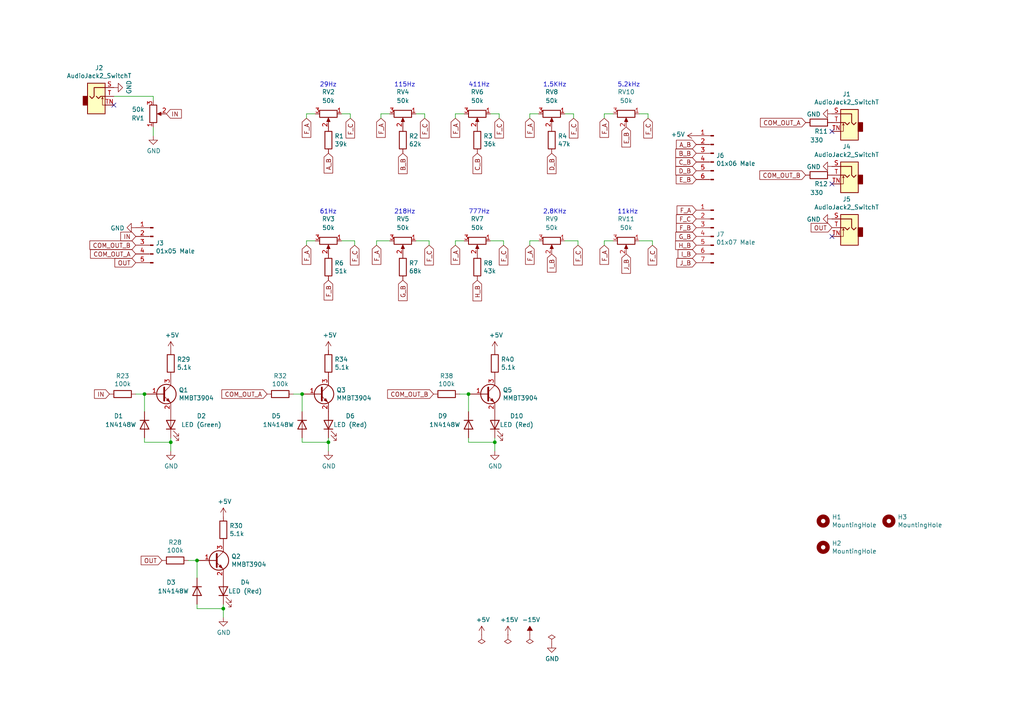
<source format=kicad_sch>
(kicad_sch (version 20230121) (generator eeschema)
  (paper "A4")
  (title_block (title "equalizer") (date "2021-08-01") (rev "R01") (comment 1 "schema for pcb") (comment 2 "Resonant equalizer by Serge Tcherepnin") (comment 4 "License CC BY 4.0 - Attribution 4.0 International"))
  (lib_symbols
    (symbol "Connector:Conn_01x05_Pin" (pin_names (offset 1.016) hide)
      (property "Reference" "J" (at 0 7.62 0))
      (property "Value" "Conn_01x05_Pin" (at 0 -7.62 0))
      (symbol "Conn_01x05_Pin_1_1"
        (polyline (pts (xy 1.27 -5.08) (xy 0.8636 -5.08)) (stroke (width 0.1524)))
        (polyline (pts (xy 1.27 -2.54) (xy 0.8636 -2.54)) (stroke (width 0.1524)))
        (polyline (pts (xy 1.27 0) (xy 0.8636 0)) (stroke (width 0.1524)))
        (polyline (pts (xy 1.27 2.54) (xy 0.8636 2.54)) (stroke (width 0.1524)))
        (polyline (pts (xy 1.27 5.08) (xy 0.8636 5.08)) (stroke (width 0.1524)))
        (rectangle (start 0.8636 -4.953) (end 0 -5.207) (stroke (width 0.1524)) (fill (type outline)))
        (rectangle (start 0.8636 -2.413) (end 0 -2.667) (stroke (width 0.1524)) (fill (type outline)))
        (rectangle (start 0.8636 0.127) (end 0 -0.127) (stroke (width 0.1524)) (fill (type outline)))
        (rectangle (start 0.8636 2.667) (end 0 2.413) (stroke (width 0.1524)) (fill (type outline)))
        (rectangle (start 0.8636 5.207) (end 0 4.953) (stroke (width 0.1524)) (fill (type outline)))
        (pin passive line (at 5.08 5.08 180) (length 3.81) (name "Pin_1") (number "1"))
        (pin passive line (at 5.08 2.54 180) (length 3.81) (name "Pin_2") (number "2"))
        (pin passive line (at 5.08 0 180) (length 3.81) (name "Pin_3") (number "3"))
        (pin passive line (at 5.08 -2.54 180) (length 3.81) (name "Pin_4") (number "4"))
        (pin passive line (at 5.08 -5.08 180) (length 3.81) (name "Pin_5") (number "5"))
      )
    )
    (symbol "Connector:Conn_01x06_Pin" (pin_names (offset 1.016) hide)
      (property "Reference" "J" (at 0 7.62 0))
      (property "Value" "Conn_01x06_Pin" (at 0 -10.16 0))
      (symbol "Conn_01x06_Pin_1_1"
        (polyline (pts (xy 1.27 -7.62) (xy 0.8636 -7.62)) (stroke (width 0.1524)))
        (polyline (pts (xy 1.27 -5.08) (xy 0.8636 -5.08)) (stroke (width 0.1524)))
        (polyline (pts (xy 1.27 -2.54) (xy 0.8636 -2.54)) (stroke (width 0.1524)))
        (polyline (pts (xy 1.27 0) (xy 0.8636 0)) (stroke (width 0.1524)))
        (polyline (pts (xy 1.27 2.54) (xy 0.8636 2.54)) (stroke (width 0.1524)))
        (polyline (pts (xy 1.27 5.08) (xy 0.8636 5.08)) (stroke (width 0.1524)))
        (rectangle (start 0.8636 -7.493) (end 0 -7.747) (stroke (width 0.1524)) (fill (type outline)))
        (rectangle (start 0.8636 -4.953) (end 0 -5.207) (stroke (width 0.1524)) (fill (type outline)))
        (rectangle (start 0.8636 -2.413) (end 0 -2.667) (stroke (width 0.1524)) (fill (type outline)))
        (rectangle (start 0.8636 0.127) (end 0 -0.127) (stroke (width 0.1524)) (fill (type outline)))
        (rectangle (start 0.8636 2.667) (end 0 2.413) (stroke (width 0.1524)) (fill (type outline)))
        (rectangle (start 0.8636 5.207) (end 0 4.953) (stroke (width 0.1524)) (fill (type outline)))
        (pin passive line (at 5.08 5.08 180) (length 3.81) (name "Pin_1") (number "1"))
        (pin passive line (at 5.08 2.54 180) (length 3.81) (name "Pin_2") (number "2"))
        (pin passive line (at 5.08 0 180) (length 3.81) (name "Pin_3") (number "3"))
        (pin passive line (at 5.08 -2.54 180) (length 3.81) (name "Pin_4") (number "4"))
        (pin passive line (at 5.08 -5.08 180) (length 3.81) (name "Pin_5") (number "5"))
        (pin passive line (at 5.08 -7.62 180) (length 3.81) (name "Pin_6") (number "6"))
      )
    )
    (symbol "Connector:Conn_01x07_Pin" (pin_names (offset 1.016) hide)
      (property "Reference" "J" (at 0 10.16 0))
      (property "Value" "Conn_01x07_Pin" (at 0 -10.16 0))
      (symbol "Conn_01x07_Pin_1_1"
        (polyline (pts (xy 1.27 -7.62) (xy 0.8636 -7.62)) (stroke (width 0.1524)))
        (polyline (pts (xy 1.27 -5.08) (xy 0.8636 -5.08)) (stroke (width 0.1524)))
        (polyline (pts (xy 1.27 -2.54) (xy 0.8636 -2.54)) (stroke (width 0.1524)))
        (polyline (pts (xy 1.27 0) (xy 0.8636 0)) (stroke (width 0.1524)))
        (polyline (pts (xy 1.27 2.54) (xy 0.8636 2.54)) (stroke (width 0.1524)))
        (polyline (pts (xy 1.27 5.08) (xy 0.8636 5.08)) (stroke (width 0.1524)))
        (polyline (pts (xy 1.27 7.62) (xy 0.8636 7.62)) (stroke (width 0.1524)))
        (rectangle (start 0.8636 -7.493) (end 0 -7.747) (stroke (width 0.1524)) (fill (type outline)))
        (rectangle (start 0.8636 -4.953) (end 0 -5.207) (stroke (width 0.1524)) (fill (type outline)))
        (rectangle (start 0.8636 -2.413) (end 0 -2.667) (stroke (width 0.1524)) (fill (type outline)))
        (rectangle (start 0.8636 0.127) (end 0 -0.127) (stroke (width 0.1524)) (fill (type outline)))
        (rectangle (start 0.8636 2.667) (end 0 2.413) (stroke (width 0.1524)) (fill (type outline)))
        (rectangle (start 0.8636 5.207) (end 0 4.953) (stroke (width 0.1524)) (fill (type outline)))
        (rectangle (start 0.8636 7.747) (end 0 7.493) (stroke (width 0.1524)) (fill (type outline)))
        (pin passive line (at 5.08 7.62 180) (length 3.81) (name "Pin_1") (number "1"))
        (pin passive line (at 5.08 5.08 180) (length 3.81) (name "Pin_2") (number "2"))
        (pin passive line (at 5.08 2.54 180) (length 3.81) (name "Pin_3") (number "3"))
        (pin passive line (at 5.08 0 180) (length 3.81) (name "Pin_4") (number "4"))
        (pin passive line (at 5.08 -2.54 180) (length 3.81) (name "Pin_5") (number "5"))
        (pin passive line (at 5.08 -5.08 180) (length 3.81) (name "Pin_6") (number "6"))
        (pin passive line (at 5.08 -7.62 180) (length 3.81) (name "Pin_7") (number "7"))
      )
    )
    (symbol "Connector_Audio:AudioJack2_SwitchT"
      (property "Reference" "J" (at 0 8.89 0))
      (property "Value" "AudioJack2_SwitchT" (at 0 6.35 0))
      (symbol "AudioJack2_SwitchT_0_1"
        (rectangle (start -2.54 0) (end -3.81 -2.54) (stroke (width 0.254)) (fill (type outline)))
        (polyline (pts (xy 1.778 -0.254) (xy 2.032 -0.762)))
        (polyline (pts (xy 0 0) (xy 0.635 -0.635) (xy 1.27 0) (xy 2.54 0)) (stroke (width 0.254)))
        (polyline (pts (xy 2.54 -2.54) (xy 1.778 -2.54) (xy 1.778 -0.254) (xy 1.524 -0.762)))
        (polyline (pts (xy 2.54 2.54) (xy -0.635 2.54) (xy -0.635 0) (xy -1.27 -0.635) (xy -1.905 0)) (stroke (width 0.254)))
        (rectangle (start 2.54 3.81) (end -2.54 -5.08) (stroke (width 0.254)) (fill (type background)))
      )
      (symbol "AudioJack2_SwitchT_1_1"
        (pin passive line (at 5.08 2.54 180) (length 2.54) (name "~") (number "S"))
        (pin passive line (at 5.08 0 180) (length 2.54) (name "~") (number "T"))
        (pin passive line (at 5.08 -2.54 180) (length 2.54) (name "~") (number "TN"))
      )
    )
    (symbol "Device:LED" (pin_numbers hide) (pin_names (offset 1.016) hide)
      (property "Reference" "D" (at 0 2.54 0))
      (property "Value" "LED" (at 0 -2.54 0))
      (symbol "LED_0_1"
        (polyline (pts (xy -1.27 -1.27) (xy -1.27 1.27)) (stroke (width 0.254)))
        (polyline (pts (xy -1.27 0) (xy 1.27 0)))
        (polyline (pts (xy 1.27 -1.27) (xy 1.27 1.27) (xy -1.27 0) (xy 1.27 -1.27)) (stroke (width 0.254)))
        (polyline (pts (xy -3.048 -0.762) (xy -4.572 -2.286) (xy -3.81 -2.286) (xy -4.572 -2.286) (xy -4.572 -1.524)))
        (polyline (pts (xy -1.778 -0.762) (xy -3.302 -2.286) (xy -2.54 -2.286) (xy -3.302 -2.286) (xy -3.302 -1.524)))
      )
      (symbol "LED_1_1"
        (pin passive line (at -3.81 0 0) (length 2.54) (name "K") (number "1"))
        (pin passive line (at 3.81 0 180) (length 2.54) (name "A") (number "2"))
      )
    )
    (symbol "Device:R" (pin_numbers hide) (pin_names (offset 0))
      (property "Reference" "R" (at 2.032 0 90))
      (property "Value" "R" (at 0 0 90))
      (symbol "R_0_1"
        (rectangle (start -1.016 -2.54) (end 1.016 2.54) (stroke (width 0.254)))
      )
      (symbol "R_1_1"
        (pin passive line (at 0 3.81 270) (length 1.27) (name "~") (number "1"))
        (pin passive line (at 0 -3.81 90) (length 1.27) (name "~") (number "2"))
      )
    )
    (symbol "Device:R_Potentiometer" (pin_names (offset 1.016) hide)
      (property "Reference" "RV" (at -4.445 0 90))
      (property "Value" "R_Potentiometer" (at -2.54 0 90))
      (symbol "R_Potentiometer_0_1"
        (polyline (pts (xy 2.54 0) (xy 1.524 0)))
        (polyline (pts (xy 1.143 0) (xy 2.286 0.508) (xy 2.286 -0.508) (xy 1.143 0)) (fill (type outline)))
        (rectangle (start 1.016 2.54) (end -1.016 -2.54) (stroke (width 0.254)))
      )
      (symbol "R_Potentiometer_1_1"
        (pin passive line (at 0 3.81 270) (length 1.27) (name "1") (number "1"))
        (pin passive line (at 3.81 0 180) (length 1.27) (name "2") (number "2"))
        (pin passive line (at 0 -3.81 90) (length 1.27) (name "3") (number "3"))
      )
    )
    (symbol "Diode:1N4148W" (pin_numbers hide) (pin_names hide)
      (property "Reference" "D" (at 0 2.54 0))
      (property "Value" "1N4148W" (at 0 -2.54 0))
      (symbol "1N4148W_0_1"
        (polyline (pts (xy -1.27 1.27) (xy -1.27 -1.27)) (stroke (width 0.254)))
        (polyline (pts (xy 1.27 0) (xy -1.27 0)))
        (polyline (pts (xy 1.27 1.27) (xy 1.27 -1.27) (xy -1.27 0) (xy 1.27 1.27)) (stroke (width 0.254)))
      )
      (symbol "1N4148W_1_1"
        (pin passive line (at -3.81 0 0) (length 2.54) (name "K") (number "1"))
        (pin passive line (at 3.81 0 180) (length 2.54) (name "A") (number "2"))
      )
    )
    (symbol "Mechanical:MountingHole" (pin_names (offset 1.016))
      (property "Reference" "H" (at 0 5.08 0))
      (property "Value" "MountingHole" (at 0 3.175 0))
      (symbol "MountingHole_0_1"
        (circle (center 0 0) (radius 1.27) (stroke (width 1.27)))
      )
    )
    (symbol "Transistor_BJT:MMBT3904" (pin_names (offset 0) hide)
      (property "Reference" "Q" (at 5.08 1.905 0))
      (property "Value" "MMBT3904" (at 5.08 0 0))
      (symbol "MMBT3904_0_1"
        (polyline (pts (xy 0.635 0.635) (xy 2.54 2.54)))
        (polyline (pts (xy 0.635 -0.635) (xy 2.54 -2.54) (xy 2.54 -2.54)))
        (polyline (pts (xy 0.635 1.905) (xy 0.635 -1.905) (xy 0.635 -1.905)) (stroke (width 0.508)))
        (polyline (pts (xy 1.27 -1.778) (xy 1.778 -1.27) (xy 2.286 -2.286) (xy 1.27 -1.778) (xy 1.27 -1.778)) (fill (type outline)))
        (circle (center 1.27 0) (radius 2.8194) (stroke (width 0.254)))
      )
      (symbol "MMBT3904_1_1"
        (pin input line (at -5.08 0 0) (length 5.715) (name "B") (number "1"))
        (pin passive line (at 2.54 -5.08 90) (length 2.54) (name "E") (number "2"))
        (pin passive line (at 2.54 5.08 270) (length 2.54) (name "C") (number "3"))
      )
    )
    (symbol "power:+15V" (power) (pin_names (offset 0))
      (property "Value" "+15V" (at 0 3.556 0))
      (symbol "+15V_0_1"
        (polyline (pts (xy -0.762 1.27) (xy 0 2.54)))
        (polyline (pts (xy 0 0) (xy 0 2.54)))
        (polyline (pts (xy 0 2.54) (xy 0.762 1.27)))
      )
      (symbol "+15V_1_1"
        (pin power_in line (at 0 0 90) (length 0) hide (name "+15V") (number "1"))
      )
    )
    (symbol "power:+5V" (power) (pin_names (offset 0))
      (property "Value" "+5V" (at 0 3.556 0))
      (symbol "+5V_0_1"
        (polyline (pts (xy -0.762 1.27) (xy 0 2.54)))
        (polyline (pts (xy 0 0) (xy 0 2.54)))
        (polyline (pts (xy 0 2.54) (xy 0.762 1.27)))
      )
      (symbol "+5V_1_1"
        (pin power_in line (at 0 0 90) (length 0) hide (name "+5V") (number "1"))
      )
    )
    (symbol "power:-15V" (power) (pin_names (offset 0))
      (property "Value" "-15V" (at 0 3.81 0))
      (symbol "-15V_0_0"
        (pin power_in line (at 0 0 90) (length 0) hide (name "-15V") (number "1"))
      )
      (symbol "-15V_0_1"
        (polyline (pts (xy 0 0) (xy 0 1.27) (xy 0.762 1.27) (xy 0 2.54) (xy -0.762 1.27) (xy 0 1.27)) (fill (type outline)))
      )
    )
    (symbol "power:GND" (power) (pin_names (offset 0))
      (property "Value" "GND" (at 0 -3.81 0))
      (symbol "GND_0_1"
        (polyline (pts (xy 0 0) (xy 0 -1.27) (xy 1.27 -1.27) (xy 0 -2.54) (xy -1.27 -1.27) (xy 0 -1.27)))
      )
      (symbol "GND_1_1"
        (pin power_in line (at 0 0 270) (length 0) hide (name "GND") (number "1"))
      )
    )
    (symbol "power:PWR_FLAG" (power) (pin_numbers hide) (pin_names (offset 0) hide)
      (property "Value" "PWR_FLAG" (at 0 3.81 0))
      (symbol "PWR_FLAG_0_0"
        (pin power_out line (at 0 0 90) (length 0) (name "pwr") (number "1"))
      )
      (symbol "PWR_FLAG_0_1"
        (polyline (pts (xy 0 0) (xy 0 1.27) (xy -1.016 1.905) (xy 0 2.54) (xy 1.016 1.905) (xy 0 1.27)))
      )
    )
  )
  (junction (at 135.89 114.3))
  (junction (at 57.15 162.56))
  (junction (at 95.25 128.27))
  (junction (at 87.63 114.3))
  (junction (at 64.77 176.53))
  (junction (at 143.51 128.27))
  (junction (at 49.53 128.27))
  (junction (at 41.91 114.3))
  (no_connect (at 241.3 68.58))
  (no_connect (at 33.02 30.48))
  (no_connect (at 241.3 53.34))
  (no_connect (at 241.3 38.1))
  (wire (pts (xy 44.45 39.37) (xy 44.45 36.83)))
  (wire (pts (xy 163.83 33.02) (xy 166.37 33.02)))
  (wire (pts (xy 95.25 127) (xy 95.25 128.27)))
  (wire (pts (xy 146.05 71.12) (xy 146.05 69.85)))
  (wire (pts (xy 132.08 34.29) (xy 132.08 33.02)))
  (wire (pts (xy 166.37 33.02) (xy 166.37 34.29)))
  (wire (pts (xy 187.96 33.02) (xy 187.96 34.29)))
  (wire (pts (xy 156.21 69.85) (xy 153.67 69.85)))
  (wire (pts (xy 41.91 119.38) (xy 41.91 114.3)))
  (wire (pts (xy 88.9 33.02) (xy 88.9 34.29)))
  (wire (pts (xy 143.51 128.27) (xy 143.51 130.81)))
  (wire (pts (xy 101.6 33.02) (xy 99.06 33.02)))
  (wire (pts (xy 49.53 128.27) (xy 49.53 130.81)))
  (wire (pts (xy 189.23 71.12) (xy 189.23 69.85)))
  (wire (pts (xy 134.62 69.85) (xy 132.08 69.85)))
  (wire (pts (xy 167.64 71.12) (xy 167.64 69.85)))
  (wire (pts (xy 124.46 71.12) (xy 124.46 69.85)))
  (wire (pts (xy 132.08 33.02) (xy 134.62 33.02)))
  (wire (pts (xy 44.45 27.94) (xy 44.45 29.21)))
  (wire (pts (xy 54.61 162.56) (xy 57.15 162.56)))
  (wire (pts (xy 57.15 176.53) (xy 64.77 176.53)))
  (wire (pts (xy 64.77 176.53) (xy 64.77 179.07)))
  (wire (pts (xy 87.63 128.27) (xy 87.63 127)))
  (wire (pts (xy 39.37 114.3) (xy 41.91 114.3)))
  (wire (pts (xy 177.8 69.85) (xy 175.26 69.85)))
  (wire (pts (xy 41.91 128.27) (xy 41.91 127)))
  (wire (pts (xy 110.49 33.02) (xy 113.03 33.02)))
  (wire (pts (xy 49.53 127) (xy 49.53 128.27)))
  (wire (pts (xy 110.49 34.29) (xy 110.49 33.02)))
  (wire (pts (xy 153.67 33.02) (xy 156.21 33.02)))
  (wire (pts (xy 123.19 33.02) (xy 123.19 34.29)))
  (wire (pts (xy 189.23 69.85) (xy 185.42 69.85)))
  (wire (pts (xy 153.67 69.85) (xy 153.67 71.12)))
  (wire (pts (xy 132.08 69.85) (xy 132.08 71.12)))
  (wire (pts (xy 87.63 119.38) (xy 87.63 114.3)))
  (wire (pts (xy 153.67 34.29) (xy 153.67 33.02)))
  (wire (pts (xy 91.44 33.02) (xy 88.9 33.02)))
  (wire (pts (xy 135.89 128.27) (xy 135.89 127)))
  (wire (pts (xy 175.26 69.85) (xy 175.26 71.12)))
  (wire (pts (xy 146.05 69.85) (xy 142.24 69.85)))
  (wire (pts (xy 185.42 33.02) (xy 187.96 33.02)))
  (wire (pts (xy 57.15 167.64) (xy 57.15 162.56)))
  (wire (pts (xy 167.64 69.85) (xy 163.83 69.85)))
  (wire (pts (xy 85.09 114.3) (xy 87.63 114.3)))
  (wire (pts (xy 102.87 69.85) (xy 99.06 69.85)))
  (wire (pts (xy 120.65 33.02) (xy 123.19 33.02)))
  (wire (pts (xy 41.91 128.27) (xy 49.53 128.27)))
  (wire (pts (xy 113.03 69.85) (xy 109.22 69.85)))
  (wire (pts (xy 135.89 128.27) (xy 143.51 128.27)))
  (wire (pts (xy 175.26 33.02) (xy 177.8 33.02)))
  (wire (pts (xy 91.44 69.85) (xy 88.9 69.85)))
  (wire (pts (xy 95.25 128.27) (xy 95.25 130.81)))
  (wire (pts (xy 87.63 128.27) (xy 95.25 128.27)))
  (wire (pts (xy 88.9 69.85) (xy 88.9 71.12)))
  (wire (pts (xy 135.89 119.38) (xy 135.89 114.3)))
  (wire (pts (xy 175.26 34.29) (xy 175.26 33.02)))
  (wire (pts (xy 57.15 176.53) (xy 57.15 175.26)))
  (wire (pts (xy 133.35 114.3) (xy 135.89 114.3)))
  (wire (pts (xy 102.87 71.12) (xy 102.87 69.85)))
  (wire (pts (xy 101.6 34.29) (xy 101.6 33.02)))
  (wire (pts (xy 124.46 69.85) (xy 120.65 69.85)))
  (wire (pts (xy 33.02 27.94) (xy 44.45 27.94)))
  (wire (pts (xy 64.77 175.26) (xy 64.77 176.53)))
  (wire (pts (xy 109.22 69.85) (xy 109.22 71.12)))
  (wire (pts (xy 143.51 127) (xy 143.51 128.27)))
  (wire (pts (xy 142.24 33.02) (xy 144.78 33.02)))
  (wire (pts (xy 144.78 33.02) (xy 144.78 34.29)))
  (text "11kHz" (at 179.07 62.23 0) (effects (font (size 1.27 1.27)) (justify left bottom)))
  (text "1.5KHz" (at 157.48 25.4 0) (effects (font (size 1.27 1.27)) (justify left bottom)))
  (text "777Hz" (at 135.89 62.23 0) (effects (font (size 1.27 1.27)) (justify left bottom)))
  (text "61Hz" (at 92.71 62.23 0) (effects (font (size 1.27 1.27)) (justify left bottom)))
  (text "218Hz" (at 114.3 62.23 0) (effects (font (size 1.27 1.27)) (justify left bottom)))
  (text "29Hz" (at 92.71 25.4 0) (effects (font (size 1.27 1.27)) (justify left bottom)))
  (text "2.8KHz" (at 157.48 62.23 0) (effects (font (size 1.27 1.27)) (justify left bottom)))
  (text "115Hz" (at 114.3 25.4 0) (effects (font (size 1.27 1.27)) (justify left bottom)))
  (text "5.2kHz" (at 179.07 25.4 0) (effects (font (size 1.27 1.27)) (justify left bottom)))
  (text "411Hz" (at 135.89 25.4 0) (effects (font (size 1.27 1.27)) (justify left bottom)))
  (global_label "F_C" (shape input) (at 146.05 71.12 270) (property "Intersheetrefs" "${INTERSHEET_REFS}" (effects hide)))
  (global_label "F_C" (shape input) (at 123.19 34.29 270) (property "Intersheetrefs" "${INTERSHEET_REFS}" (effects hide)))
  (global_label "IN" (shape input) (at 48.26 33.02 0) (property "Intersheetrefs" "${INTERSHEET_REFS}" (effects hide)))
  (global_label "B_B" (shape input) (at 201.93 44.45 180) (property "Intersheetrefs" "${INTERSHEET_REFS}" (effects hide)))
  (global_label "A_B" (shape input) (at 201.93 41.91 180) (property "Intersheetrefs" "${INTERSHEET_REFS}" (effects hide)))
  (global_label "COM_OUT_A" (shape input) (at 39.37 73.66 180) (property "Intersheetrefs" "${INTERSHEET_REFS}" (effects hide)))
  (global_label "J_B" (shape input) (at 201.93 76.2 180) (property "Intersheetrefs" "${INTERSHEET_REFS}" (effects hide)))
  (global_label "IN" (shape input) (at 31.75 114.3 180) (property "Intersheetrefs" "${INTERSHEET_REFS}" (effects hide)))
  (global_label "COM_OUT_A" (shape input) (at 77.47 114.3 180) (property "Intersheetrefs" "${INTERSHEET_REFS}" (effects hide)))
  (global_label "F_A" (shape input) (at 109.22 71.12 270) (property "Intersheetrefs" "${INTERSHEET_REFS}" (effects hide)))
  (global_label "F_B" (shape input) (at 95.25 81.28 270) (property "Intersheetrefs" "${INTERSHEET_REFS}" (effects hide)))
  (global_label "F_C" (shape input) (at 187.96 34.29 270) (property "Intersheetrefs" "${INTERSHEET_REFS}" (effects hide)))
  (global_label "F_C" (shape input) (at 201.93 63.5 180) (property "Intersheetrefs" "${INTERSHEET_REFS}" (effects hide)))
  (global_label "F_C" (shape input) (at 144.78 34.29 270) (property "Intersheetrefs" "${INTERSHEET_REFS}" (effects hide)))
  (global_label "F_A" (shape input) (at 153.67 34.29 270) (property "Intersheetrefs" "${INTERSHEET_REFS}" (effects hide)))
  (global_label "COM_OUT_B" (shape input) (at 39.37 71.12 180) (property "Intersheetrefs" "${INTERSHEET_REFS}" (effects hide)))
  (global_label "F_A" (shape input) (at 175.26 34.29 270) (property "Intersheetrefs" "${INTERSHEET_REFS}" (effects hide)))
  (global_label "F_C" (shape input) (at 189.23 71.12 270) (property "Intersheetrefs" "${INTERSHEET_REFS}" (effects hide)))
  (global_label "I_B" (shape input) (at 201.93 73.66 180) (property "Intersheetrefs" "${INTERSHEET_REFS}" (effects hide)))
  (global_label "COM_OUT_A" (shape input) (at 233.68 35.56 180) (property "Intersheetrefs" "${INTERSHEET_REFS}" (effects hide)))
  (global_label "B_B" (shape input) (at 116.84 44.45 270) (property "Intersheetrefs" "${INTERSHEET_REFS}" (effects hide)))
  (global_label "C_B" (shape input) (at 138.43 44.45 270) (property "Intersheetrefs" "${INTERSHEET_REFS}" (effects hide)))
  (global_label "F_C" (shape input) (at 102.87 71.12 270) (property "Intersheetrefs" "${INTERSHEET_REFS}" (effects hide)))
  (global_label "IN" (shape input) (at 39.37 68.58 180) (property "Intersheetrefs" "${INTERSHEET_REFS}" (effects hide)))
  (global_label "F_A" (shape input) (at 175.26 71.12 270) (property "Intersheetrefs" "${INTERSHEET_REFS}" (effects hide)))
  (global_label "F_C" (shape input) (at 167.64 71.12 270) (property "Intersheetrefs" "${INTERSHEET_REFS}" (effects hide)))
  (global_label "F_B" (shape input) (at 201.93 66.04 180) (property "Intersheetrefs" "${INTERSHEET_REFS}" (effects hide)))
  (global_label "OUT" (shape input) (at 46.99 162.56 180) (property "Intersheetrefs" "${INTERSHEET_REFS}" (effects hide)))
  (global_label "OUT" (shape input) (at 241.3 66.04 180) (property "Intersheetrefs" "${INTERSHEET_REFS}" (effects hide)))
  (global_label "H_B" (shape input) (at 201.93 71.12 180) (property "Intersheetrefs" "${INTERSHEET_REFS}" (effects hide)))
  (global_label "G_B" (shape input) (at 201.93 68.58 180) (property "Intersheetrefs" "${INTERSHEET_REFS}" (effects hide)))
  (global_label "H_B" (shape input) (at 138.43 81.28 270) (property "Intersheetrefs" "${INTERSHEET_REFS}" (effects hide)))
  (global_label "F_C" (shape input) (at 124.46 71.12 270) (property "Intersheetrefs" "${INTERSHEET_REFS}" (effects hide)))
  (global_label "E_B" (shape input) (at 201.93 52.07 180) (property "Intersheetrefs" "${INTERSHEET_REFS}" (effects hide)))
  (global_label "COM_OUT_B" (shape input) (at 233.68 50.8 180) (property "Intersheetrefs" "${INTERSHEET_REFS}" (effects hide)))
  (global_label "J_B" (shape input) (at 181.61 73.66 270) (property "Intersheetrefs" "${INTERSHEET_REFS}" (effects hide)))
  (global_label "D_B" (shape input) (at 201.93 49.53 180) (property "Intersheetrefs" "${INTERSHEET_REFS}" (effects hide)))
  (global_label "D_B" (shape input) (at 160.02 44.45 270) (property "Intersheetrefs" "${INTERSHEET_REFS}" (effects hide)))
  (global_label "F_A" (shape input) (at 132.08 34.29 270) (property "Intersheetrefs" "${INTERSHEET_REFS}" (effects hide)))
  (global_label "F_A" (shape input) (at 201.93 60.96 180) (property "Intersheetrefs" "${INTERSHEET_REFS}" (effects hide)))
  (global_label "OUT" (shape input) (at 39.37 76.2 180) (property "Intersheetrefs" "${INTERSHEET_REFS}" (effects hide)))
  (global_label "COM_OUT_B" (shape input) (at 125.73 114.3 180) (property "Intersheetrefs" "${INTERSHEET_REFS}" (effects hide)))
  (global_label "F_A" (shape input) (at 153.67 71.12 270) (property "Intersheetrefs" "${INTERSHEET_REFS}" (effects hide)))
  (global_label "F_C" (shape input) (at 166.37 34.29 270) (property "Intersheetrefs" "${INTERSHEET_REFS}" (effects hide)))
  (global_label "F_A" (shape input) (at 88.9 71.12 270) (property "Intersheetrefs" "${INTERSHEET_REFS}" (effects hide)))
  (global_label "A_B" (shape input) (at 95.25 44.45 270) (property "Intersheetrefs" "${INTERSHEET_REFS}" (effects hide)))
  (global_label "F_A" (shape input) (at 88.9 34.29 270) (property "Intersheetrefs" "${INTERSHEET_REFS}" (effects hide)))
  (global_label "G_B" (shape input) (at 116.84 81.28 270) (property "Intersheetrefs" "${INTERSHEET_REFS}" (effects hide)))
  (global_label "C_B" (shape input) (at 201.93 46.99 180) (property "Intersheetrefs" "${INTERSHEET_REFS}" (effects hide)))
  (global_label "F_A" (shape input) (at 110.49 34.29 270) (property "Intersheetrefs" "${INTERSHEET_REFS}" (effects hide)))
  (global_label "I_B" (shape input) (at 160.02 73.66 270) (property "Intersheetrefs" "${INTERSHEET_REFS}" (effects hide)))
  (global_label "F_C" (shape input) (at 101.6 34.29 270) (property "Intersheetrefs" "${INTERSHEET_REFS}" (effects hide)))
  (global_label "F_A" (shape input) (at 132.08 71.12 270) (property "Intersheetrefs" "${INTERSHEET_REFS}" (effects hide)))
  (global_label "E_B" (shape input) (at 181.61 36.83 270) (property "Intersheetrefs" "${INTERSHEET_REFS}" (effects hide)))
  (symbol (lib_id "power:PWR_FLAG") (at 147.32 184.15 180) (unit 1)
    (property "Reference" "#FLG02" (effects hide))
    (property "Value" "PWR_FLAG" (effects hide))
  )
  (symbol (lib_id "power:-15V") (at 153.67 184.15 0) (unit 1)
    (property "Reference" "#PWR011" (effects hide))
    (property "Value" "-15V" (at 154.051 179.7558 0))
  )
  (symbol (lib_id "power:GND") (at 160.02 186.69 0) (unit 1)
    (property "Reference" "#PWR012" (effects hide))
    (property "Value" "GND" (at 160.147 191.0842 0))
  )
  (symbol (lib_id "Device:LED") (at 49.53 123.19 90) (unit 1)
    (property "Reference" "D2" (at 58.42 120.65 90))
    (property "Value" "LED (Green)" (at 58.42 123.19 90))
    (property "Footprint" "LED_THT:LED_D3.0mm" (effects hide))
    (property "Description" "LED 3mm low current" (effects hide))
    (property "Sim.Device" "SPICE" (effects hide))
    (property "Sim.Params" "type=\"D\" model=\"LED2\" lib=\"\"" (effects hide))
    (property "Sim.Pins" "1=1 2=2" (effects hide))
  )
  (symbol (lib_id "Mechanical:MountingHole") (at 238.76 151.13 0) (unit 1)
    (property "Reference" "H1" (at 241.3 149.9616 0) (effects (justify left)))
    (property "Value" "MountingHole" (at 241.3 152.273 0) (effects (justify left)))
    (property "Footprint" "MountingHole:MountingHole_2.2mm_M2" (effects hide))
  )
  (symbol (lib_id "power:GND") (at 49.53 130.81 0) (unit 1)
    (property "Reference" "#PWR039" (effects hide))
    (property "Value" "GND" (at 49.657 135.2042 0))
  )
  (symbol (lib_id "Device:R") (at 49.53 105.41 0) (unit 1)
    (property "Reference" "R29" (at 51.308 104.2416 0) (effects (justify left)))
    (property "Value" "5.1k" (at 51.308 106.553 0) (effects (justify left)))
    (property "Footprint" "Resistor_SMD:R_0805_2012Metric_Pad1.20x1.40mm_HandSolder" (effects hide))
    (property "Description" "Thick Film Resistors - SMD (0805)" (effects hide))
  )
  (symbol (lib_id "power:+5V") (at 49.53 101.6 0) (unit 1)
    (property "Reference" "#PWR038" (effects hide))
    (property "Value" "+5V" (at 49.911 97.2058 0))
  )
  (symbol (lib_id "Device:R") (at 35.56 114.3 270) (unit 1)
    (property "Reference" "R23" (at 35.56 109.0422 90))
    (property "Value" "100k" (at 35.56 111.3536 90))
    (property "Footprint" "Resistor_SMD:R_0805_2012Metric_Pad1.20x1.40mm_HandSolder" (effects hide))
    (property "Description" "Thick Film Resistors - SMD (0805)" (effects hide))
  )
  (symbol (lib_id "Diode:1N4148W") (at 135.89 123.19 270) (unit 1)
    (property "Reference" "D9" (at 127 120.65 90) (effects (justify left)))
    (property "Value" "1N4148W" (at 124.46 123.19 90) (effects (justify left)))
    (property "Footprint" "Diode_SMD:D_SOD-123" (effects hide))
    (property "Datasheet" "https://www.vishay.com/docs/85748/1n4148w.pdf" (effects hide))
    (property "Sim.Device" "D" (effects hide))
    (property "Sim.Params" "type=\"D\" model=\"D1N4148\" lib=\"\"" (effects hide))
    (property "Sim.Pins" "1=K 2=A" (effects hide))
  )
  (symbol (lib_id "Diode:1N4148W") (at 87.63 123.19 270) (unit 1)
    (property "Reference" "D5" (at 78.74 120.65 90) (effects (justify left)))
    (property "Value" "1N4148W" (at 76.2 123.19 90) (effects (justify left)))
    (property "Footprint" "Diode_SMD:D_SOD-123" (effects hide))
    (property "Datasheet" "https://www.vishay.com/docs/85748/1n4148w.pdf" (effects hide))
    (property "Sim.Device" "D" (effects hide))
    (property "Sim.Params" "type=\"D\" model=\"D1N4148\" lib=\"\"" (effects hide))
    (property "Sim.Pins" "1=K 2=A" (effects hide))
  )
  (symbol (lib_id "Diode:1N4148W") (at 41.91 123.19 270) (unit 1)
    (property "Reference" "D1" (at 33.02 120.65 90) (effects (justify left)))
    (property "Value" "1N4148W" (at 30.48 123.19 90) (effects (justify left)))
    (property "Footprint" "Diode_SMD:D_SOD-123" (effects hide))
    (property "Datasheet" "https://www.vishay.com/docs/85748/1n4148w.pdf" (effects hide))
    (property "Sim.Device" "D" (effects hide))
    (property "Sim.Params" "type=\"D\" model=\"D1N4148\" lib=\"\"" (effects hide))
    (property "Sim.Pins" "1=K 2=A" (effects hide))
  )
  (symbol (lib_id "Diode:1N4148W") (at 57.15 171.45 270) (unit 1)
    (property "Reference" "D3" (at 48.26 168.91 90) (effects (justify left)))
    (property "Value" "1N4148W" (at 45.72 171.45 90) (effects (justify left)))
    (property "Footprint" "Diode_SMD:D_SOD-123" (effects hide))
    (property "Datasheet" "https://www.vishay.com/docs/85748/1n4148w.pdf" (effects hide))
    (property "Sim.Device" "D" (effects hide))
    (property "Sim.Params" "type=\"D\" model=\"D1N4148\" lib=\"\"" (effects hide))
    (property "Sim.Pins" "1=K 2=A" (effects hide))
  )
  (symbol (lib_id "Transistor_BJT:MMBT3904") (at 46.99 114.3 0) (unit 1)
    (property "Reference" "Q1" (at 51.8414 113.1316 0) (effects (justify left)))
    (property "Value" "MMBT3904" (at 51.8414 115.443 0) (effects (justify left)))
    (property "Footprint" "Package_TO_SOT_SMD:SOT-23" (effects hide))
    (property "Datasheet" "https://www.onsemi.com/pdf/datasheet/pzt3904-d.pdf" (effects hide))
    (property "Sim.Device" "SPICE" (effects hide))
    (property "Sim.Params" "type=\"Q\" model=\"BC846B\" lib=\"\"" (effects hide))
    (property "Sim.Pins" "3=1 1=2 2=3" (effects hide))
  )
  (symbol (lib_id "Transistor_BJT:MMBT3904") (at 92.71 114.3 0) (unit 1)
    (property "Reference" "Q3" (at 97.5614 113.1316 0) (effects (justify left)))
    (property "Value" "MMBT3904" (at 97.5614 115.443 0) (effects (justify left)))
    (property "Footprint" "Package_TO_SOT_SMD:SOT-23" (effects hide))
    (property "Datasheet" "https://www.onsemi.com/pdf/datasheet/pzt3904-d.pdf" (effects hide))
    (property "Sim.Device" "SPICE" (effects hide))
    (property "Sim.Params" "type=\"Q\" model=\"BC846B\" lib=\"\"" (effects hide))
    (property "Sim.Pins" "3=1 1=2 2=3" (effects hide))
  )
  (symbol (lib_id "Transistor_BJT:MMBT3904") (at 140.97 114.3 0) (unit 1)
    (property "Reference" "Q5" (at 145.8214 113.1316 0) (effects (justify left)))
    (property "Value" "MMBT3904" (at 145.8214 115.443 0) (effects (justify left)))
    (property "Footprint" "Package_TO_SOT_SMD:SOT-23" (effects hide))
    (property "Datasheet" "https://www.onsemi.com/pdf/datasheet/pzt3904-d.pdf" (effects hide))
    (property "Sim.Device" "SPICE" (effects hide))
    (property "Sim.Params" "type=\"Q\" model=\"BC846B\" lib=\"\"" (effects hide))
    (property "Sim.Pins" "3=1 1=2 2=3" (effects hide))
  )
  (symbol (lib_id "Transistor_BJT:MMBT3904") (at 62.23 162.56 0) (unit 1)
    (property "Reference" "Q2" (at 67.0814 161.3916 0) (effects (justify left)))
    (property "Value" "MMBT3904" (at 67.0814 163.703 0) (effects (justify left)))
    (property "Footprint" "Package_TO_SOT_SMD:SOT-23" (effects hide))
    (property "Datasheet" "https://www.onsemi.com/pdf/datasheet/pzt3904-d.pdf" (effects hide))
    (property "Sim.Device" "SPICE" (effects hide))
    (property "Sim.Params" "type=\"Q\" model=\"BC846B\" lib=\"\"" (effects hide))
    (property "Sim.Pins" "3=1 2=2 1=3" (effects hide))
  )
  (symbol (lib_id "Device:LED") (at 95.25 123.19 90) (unit 1)
    (property "Reference" "D6" (at 101.6 120.65 90))
    (property "Value" "LED (Red)" (at 101.6 123.19 90))
    (property "Footprint" "LED_THT:LED_D3.0mm" (effects hide))
    (property "Description" "LED 3mm low current" (effects hide))
    (property "Sim.Device" "SPICE" (effects hide))
    (property "Sim.Params" "type=\"D\" model=\"LED2\" lib=\"\"" (effects hide))
    (property "Sim.Pins" "1=1 2=2" (effects hide))
  )
  (symbol (lib_id "power:GND") (at 95.25 130.81 0) (unit 1)
    (property "Reference" "#PWR044" (effects hide))
    (property "Value" "GND" (at 95.377 135.2042 0))
  )
  (symbol (lib_id "Device:R") (at 95.25 105.41 0) (unit 1)
    (property "Reference" "R34" (at 97.028 104.2416 0) (effects (justify left)))
    (property "Value" "5.1k" (at 97.028 106.553 0) (effects (justify left)))
    (property "Footprint" "Resistor_SMD:R_0805_2012Metric_Pad1.20x1.40mm_HandSolder" (effects hide))
    (property "Description" "Thick Film Resistors - SMD (0805)" (effects hide))
  )
  (symbol (lib_id "power:+5V") (at 95.25 101.6 0) (unit 1)
    (property "Reference" "#PWR043" (effects hide))
    (property "Value" "+5V" (at 95.631 97.2058 0))
  )
  (symbol (lib_id "Device:R") (at 81.28 114.3 270) (unit 1)
    (property "Reference" "R32" (at 81.28 109.0422 90))
    (property "Value" "100k" (at 81.28 111.3536 90))
    (property "Footprint" "Resistor_SMD:R_0805_2012Metric_Pad1.20x1.40mm_HandSolder" (effects hide))
    (property "Description" "Thick Film Resistors - SMD (0805)" (effects hide))
  )
  (symbol (lib_id "Device:LED") (at 143.51 123.19 90) (unit 1)
    (property "Reference" "D10" (at 149.86 120.65 90))
    (property "Value" "LED (Red)" (at 149.86 123.19 90))
    (property "Footprint" "LED_THT:LED_D3.0mm" (effects hide))
    (property "Description" "LED 3mm low current" (effects hide))
    (property "Sim.Device" "SPICE" (effects hide))
    (property "Sim.Params" "type=\"D\" model=\"LED2\" lib=\"\"" (effects hide))
    (property "Sim.Pins" "1=1 2=2" (effects hide))
  )
  (symbol (lib_id "power:GND") (at 143.51 130.81 0) (unit 1)
    (property "Reference" "#PWR049" (effects hide))
    (property "Value" "GND" (at 143.637 135.2042 0))
  )
  (symbol (lib_id "Device:R") (at 143.51 105.41 0) (unit 1)
    (property "Reference" "R40" (at 145.288 104.2416 0) (effects (justify left)))
    (property "Value" "5.1k" (at 145.288 106.553 0) (effects (justify left)))
    (property "Footprint" "Resistor_SMD:R_0805_2012Metric_Pad1.20x1.40mm_HandSolder" (effects hide))
    (property "Description" "Thick Film Resistors - SMD (0805)" (effects hide))
  )
  (symbol (lib_id "power:+5V") (at 143.51 101.6 0) (unit 1)
    (property "Reference" "#PWR048" (effects hide))
    (property "Value" "+5V" (at 143.891 97.2058 0))
  )
  (symbol (lib_id "Device:R") (at 129.54 114.3 270) (unit 1)
    (property "Reference" "R38" (at 129.54 109.0422 90))
    (property "Value" "100k" (at 129.54 111.3536 90))
    (property "Footprint" "Resistor_SMD:R_0805_2012Metric_Pad1.20x1.40mm_HandSolder" (effects hide))
    (property "Description" "Thick Film Resistors - SMD (0805)" (effects hide))
  )
  (symbol (lib_id "Device:LED") (at 64.77 171.45 90) (unit 1)
    (property "Reference" "D4" (at 71.12 168.91 90))
    (property "Value" "LED (Red)" (at 71.12 171.45 90))
    (property "Footprint" "LED_THT:LED_D3.0mm" (effects hide))
    (property "Description" "LED 3mm low current" (effects hide))
    (property "Sim.Device" "SPICE" (effects hide))
    (property "Sim.Params" "type=\"D\" model=\"LED2\" lib=\"\"" (effects hide))
    (property "Sim.Pins" "1=1 2=2" (effects hide))
  )
  (symbol (lib_id "power:GND") (at 64.77 179.07 0) (unit 1)
    (property "Reference" "#PWR042" (effects hide))
    (property "Value" "GND" (at 64.897 183.4642 0))
  )
  (symbol (lib_id "Device:R") (at 64.77 153.67 0) (unit 1)
    (property "Reference" "R30" (at 66.548 152.5016 0) (effects (justify left)))
    (property "Value" "5.1k" (at 66.548 154.813 0) (effects (justify left)))
    (property "Footprint" "Resistor_SMD:R_0805_2012Metric_Pad1.20x1.40mm_HandSolder" (effects hide))
  )
  (symbol (lib_id "power:+5V") (at 64.77 149.86 0) (unit 1)
    (property "Reference" "#PWR041" (effects hide))
    (property "Value" "+5V" (at 65.151 145.4658 0))
  )
  (symbol (lib_id "Device:R") (at 50.8 162.56 270) (unit 1)
    (property "Reference" "R28" (at 50.8 157.3022 90))
    (property "Value" "100k" (at 50.8 159.6136 90))
    (property "Footprint" "Resistor_SMD:R_0805_2012Metric_Pad1.20x1.40mm_HandSolder" (effects hide))
  )
  (symbol (lib_id "power:PWR_FLAG") (at 153.67 184.15 180) (unit 1)
    (property "Reference" "#FLG03" (effects hide))
    (property "Value" "PWR_FLAG" (effects hide))
  )
  (symbol (lib_id "power:PWR_FLAG") (at 160.02 186.69 0) (unit 1)
    (property "Reference" "#FLG04" (effects hide))
    (property "Value" "PWR_FLAG" (effects hide))
  )
  (symbol (lib_id "power:+15V") (at 147.32 184.15 0) (unit 1)
    (property "Reference" "#PWR010" (effects hide))
    (property "Value" "+15V" (at 147.701 179.7558 0))
  )
  (symbol (lib_id "Mechanical:MountingHole") (at 238.76 158.75 0) (unit 1)
    (property "Reference" "H2" (at 241.3 157.5816 0) (effects (justify left)))
    (property "Value" "MountingHole" (at 241.3 159.893 0) (effects (justify left)))
    (property "Footprint" "MountingHole:MountingHole_2.2mm_M2" (effects hide))
  )
  (symbol (lib_id "Mechanical:MountingHole") (at 257.81 151.13 0) (unit 1)
    (property "Reference" "H3" (at 260.35 149.9616 0) (effects (justify left)))
    (property "Value" "MountingHole" (at 260.35 152.273 0) (effects (justify left)))
    (property "Footprint" "MountingHole:MountingHole_2.2mm_M2" (effects hide))
  )
  (symbol (lib_id "Device:R") (at 95.25 40.64 0) (unit 1)
    (property "Reference" "R1" (at 97.028 39.4716 0) (effects (justify left)))
    (property "Value" "39k" (at 97.028 41.783 0) (effects (justify left)))
    (property "Footprint" "Resistor_THT:R_Axial_DIN0204_L3.6mm_D1.6mm_P5.08mm_Horizontal" (effects hide))
    (property "Description" "Metal Film Resistors - Through Hole (L=3.6 mm, D=1.6 mm, 1%)" (effects hide))
  )
  (symbol (lib_id "Device:R") (at 116.84 40.64 0) (unit 1)
    (property "Reference" "R2" (at 118.618 39.4716 0) (effects (justify left)))
    (property "Value" "62k" (at 118.618 41.783 0) (effects (justify left)))
    (property "Footprint" "Resistor_THT:R_Axial_DIN0204_L3.6mm_D1.6mm_P5.08mm_Horizontal" (effects hide))
    (property "Description" "Metal Film Resistors - Through Hole (L=3.6 mm, D=1.6 mm, 1%)" (effects hide))
  )
  (symbol (lib_id "Device:R") (at 138.43 40.64 0) (unit 1)
    (property "Reference" "R3" (at 140.208 39.4716 0) (effects (justify left)))
    (property "Value" "36k" (at 140.208 41.783 0) (effects (justify left)))
    (property "Footprint" "Resistor_THT:R_Axial_DIN0204_L3.6mm_D1.6mm_P5.08mm_Horizontal" (effects hide))
    (property "Description" "Metal Film Resistors - Through Hole (L=3.6 mm, D=1.6 mm, 1%)" (effects hide))
  )
  (symbol (lib_id "Device:R") (at 160.02 40.64 0) (unit 1)
    (property "Reference" "R4" (at 161.798 39.4716 0) (effects (justify left)))
    (property "Value" "47k" (at 161.798 41.783 0) (effects (justify left)))
    (property "Footprint" "Resistor_THT:R_Axial_DIN0204_L3.6mm_D1.6mm_P5.08mm_Horizontal" (effects hide))
    (property "Description" "Metal Film Resistors - Through Hole (L=3.6 mm, D=1.6 mm, 1%)" (effects hide))
  )
  (symbol (lib_id "Device:R") (at 95.25 77.47 0) (unit 1)
    (property "Reference" "R6" (at 97.028 76.3016 0) (effects (justify left)))
    (property "Value" "51k" (at 97.028 78.613 0) (effects (justify left)))
    (property "Footprint" "Resistor_THT:R_Axial_DIN0204_L3.6mm_D1.6mm_P5.08mm_Horizontal" (effects hide))
    (property "Description" "Metal Film Resistors - Through Hole (L=3.6 mm, D=1.6 mm, 1%)" (effects hide))
  )
  (symbol (lib_id "Device:R") (at 116.84 77.47 0) (unit 1)
    (property "Reference" "R7" (at 118.618 76.3016 0) (effects (justify left)))
    (property "Value" "68k" (at 118.618 78.613 0) (effects (justify left)))
    (property "Footprint" "Resistor_THT:R_Axial_DIN0204_L3.6mm_D1.6mm_P5.08mm_Horizontal" (effects hide))
    (property "Description" "Metal Film Resistors - Through Hole (L=3.6 mm, D=1.6 mm, 1%)" (effects hide))
  )
  (symbol (lib_id "Device:R") (at 138.43 77.47 0) (unit 1)
    (property "Reference" "R8" (at 140.208 76.3016 0) (effects (justify left)))
    (property "Value" "43k" (at 140.208 78.613 0) (effects (justify left)))
    (property "Footprint" "Resistor_THT:R_Axial_DIN0204_L3.6mm_D1.6mm_P5.08mm_Horizontal" (effects hide))
    (property "Description" "Metal Film Resistors - Through Hole (L=3.6 mm, D=1.6 mm, 1%)" (effects hide))
  )
  (symbol (lib_id "power:GND") (at 33.02 25.4 90) (unit 1)
    (property "Reference" "#PWR01" (effects hide))
    (property "Value" "GND" (at 37.4142 25.273 0))
  )
  (symbol (lib_id "power:GND") (at 241.3 33.02 270) (unit 1)
    (property "Reference" "#PWR02" (effects hide))
    (property "Value" "GND" (at 238.0488 33.147 90) (effects (justify right)))
  )
  (symbol (lib_id "power:GND") (at 241.3 48.26 270) (unit 1)
    (property "Reference" "#PWR03" (effects hide))
    (property "Value" "GND" (at 238.0488 48.387 90) (effects (justify right)))
  )
  (symbol (lib_id "power:GND") (at 241.3 63.5 270) (unit 1)
    (property "Reference" "#PWR04" (effects hide))
    (property "Value" "GND" (at 238.0488 63.627 90) (effects (justify right)))
  )
  (symbol (lib_id "power:GND") (at 39.37 66.04 270) (unit 1)
    (property "Reference" "#PWR05" (effects hide))
    (property "Value" "GND" (at 36.1188 66.167 90) (effects (justify right)))
  )
  (symbol (lib_id "Connector_Audio:AudioJack2_SwitchT") (at 246.38 35.56 0) (mirror y) (unit 1)
    (property "Reference" "J1" (at 245.5672 27.305 0))
    (property "Value" "AudioJack2_SwitchT" (at 245.5672 29.6164 0))
    (property "Footprint" "elektrophon:Jack_3.5mm_WQP-PJ398SM_Vertical" (effects hide))
  )
  (symbol (lib_id "Connector_Audio:AudioJack2_SwitchT") (at 246.38 50.8 0) (mirror y) (unit 1)
    (property "Reference" "J4" (at 245.5672 42.545 0))
    (property "Value" "AudioJack2_SwitchT" (at 245.5672 44.8564 0))
    (property "Footprint" "elektrophon:Jack_3.5mm_WQP-PJ398SM_Vertical" (effects hide))
  )
  (symbol (lib_id "Connector_Audio:AudioJack2_SwitchT") (at 246.38 66.04 0) (mirror y) (unit 1)
    (property "Reference" "J5" (at 245.5672 57.785 0))
    (property "Value" "AudioJack2_SwitchT" (at 245.5672 60.0964 0))
    (property "Footprint" "elektrophon:Jack_3.5mm_WQP-PJ398SM_Vertical" (effects hide))
  )
  (symbol (lib_id "power:+5V") (at 201.93 39.37 90) (unit 1)
    (property "Reference" "#PWR0101" (effects hide))
    (property "Value" "+5V" (at 198.6788 38.989 90) (effects (justify left)))
  )
  (symbol (lib_id "Device:R") (at 237.49 35.56 270) (unit 1)
    (property "Reference" "R11" (at 236.22 38.1 90) (effects (justify left)))
    (property "Value" "330" (at 234.95 40.64 90) (effects (justify left)))
    (property "Footprint" "Resistor_THT:R_Axial_DIN0204_L3.6mm_D1.6mm_P5.08mm_Horizontal" (effects hide))
    (property "Description" "Metal Film Resistors - Through Hole (L=3.6 mm, D=1.6 mm, 1%)" (effects hide))
  )
  (symbol (lib_id "Device:R") (at 237.49 50.8 270) (unit 1)
    (property "Reference" "R12" (at 236.22 53.34 90) (effects (justify left)))
    (property "Value" "330" (at 234.95 55.88 90) (effects (justify left)))
    (property "Footprint" "Resistor_THT:R_Axial_DIN0204_L3.6mm_D1.6mm_P5.08mm_Horizontal" (effects hide))
    (property "Description" "Metal Film Resistors - Through Hole (L=3.6 mm, D=1.6 mm, 1%)" (effects hide))
  )
  (symbol (lib_id "Connector:Conn_01x06_Pin") (at 207.01 44.45 0) (mirror y) (unit 1)
    (property "Reference" "J6" (at 207.7212 45.1104 0) (effects (justify right)))
    (property "Value" "01x06 Male" (at 207.7212 47.4218 0) (effects (justify right)))
    (property "Footprint" "Connector_PinHeader_2.54mm:PinHeader_1x06_P2.54mm_Vertical" (effects hide))
    (property "Description" "Board to Board Connectors (2.54 mm)" (effects hide))
  )
  (symbol (lib_id "Connector:Conn_01x07_Pin") (at 207.01 68.58 0) (mirror y) (unit 1)
    (property "Reference" "J7" (at 207.7212 67.9704 0) (effects (justify right)))
    (property "Value" "01x07 Male" (at 207.7212 70.2818 0) (effects (justify right)))
    (property "Footprint" "Connector_PinHeader_2.54mm:PinHeader_1x07_P2.54mm_Vertical" (effects hide))
    (property "Description" "Board to Board Connectors (2.54 mm)" (effects hide))
  )
  (symbol (lib_id "Connector:Conn_01x05_Pin") (at 44.45 71.12 0) (mirror y) (unit 1)
    (property "Reference" "J3" (at 45.1612 70.5104 0) (effects (justify right)))
    (property "Value" "01x05 Male" (at 45.1612 72.8218 0) (effects (justify right)))
    (property "Footprint" "Connector_PinHeader_2.54mm:PinHeader_1x05_P2.54mm_Vertical" (effects hide))
    (property "Description" "Board to Board Connectors (2.54 mm)" (effects hide))
  )
  (symbol (lib_id "power:PWR_FLAG") (at 139.7 184.15 180) (unit 1)
    (property "Reference" "#FLG0101" (effects hide))
    (property "Value" "PWR_FLAG" (effects hide))
  )
  (symbol (lib_id "power:+5V") (at 139.7 184.15 0) (unit 1)
    (property "Reference" "#PWR0102" (effects hide))
    (property "Value" "+5V" (at 140.081 179.7558 0))
  )
  (symbol (lib_id "Connector_Audio:AudioJack2_SwitchT") (at 27.94 27.94 0) (unit 1)
    (property "Reference" "J2" (at 28.7528 19.685 0))
    (property "Value" "AudioJack2_SwitchT" (at 28.7528 21.9964 0))
    (property "Footprint" "elektrophon:Jack_3.5mm_WQP-PJ398SM_Vertical" (effects hide))
  )
  (symbol (lib_id "power:GND") (at 44.45 39.37 0) (unit 1)
    (property "Reference" "#PWR014" (effects hide))
    (property "Value" "GND" (at 44.577 43.7642 0))
  )
  (symbol (lib_id "Device:R_Potentiometer") (at 116.84 69.85 270) (unit 1)
    (property "Reference" "RV5" (at 116.84 63.5 90))
    (property "Value" "50k" (at 116.84 66.04 90))
    (property "Footprint" "elektrophon:Potentiometer_Alpha_RD901F-40-00D_Single_Vertical" (effects hide))
  )
  (symbol (lib_id "Device:R_Potentiometer") (at 181.61 69.85 270) (unit 1)
    (property "Reference" "RV11" (at 181.61 63.5 90))
    (property "Value" "50k" (at 181.61 66.04 90))
    (property "Footprint" "elektrophon:Potentiometer_Alpha_RD901F-40-00D_Single_Vertical" (effects hide))
  )
  (symbol (lib_id "Device:R_Potentiometer") (at 160.02 69.85 270) (unit 1)
    (property "Reference" "RV9" (at 160.02 63.5 90))
    (property "Value" "50k" (at 160.02 66.04 90))
    (property "Footprint" "elektrophon:Potentiometer_Alpha_RD901F-40-00D_Single_Vertical" (effects hide))
  )
  (symbol (lib_id "Device:R_Potentiometer") (at 95.25 33.02 270) (unit 1)
    (property "Reference" "RV2" (at 95.25 26.67 90))
    (property "Value" "50k" (at 95.25 29.21 90))
    (property "Footprint" "elektrophon:Potentiometer_Alpha_RD901F-40-00D_Single_Vertical" (effects hide))
  )
  (symbol (lib_id "Device:R_Potentiometer") (at 95.25 69.85 270) (unit 1)
    (property "Reference" "RV3" (at 95.25 63.5 90))
    (property "Value" "50k" (at 95.25 66.04 90))
    (property "Footprint" "elektrophon:Potentiometer_Alpha_RD901F-40-00D_Single_Vertical" (effects hide))
  )
  (symbol (lib_id "Device:R_Potentiometer") (at 116.84 33.02 270) (unit 1)
    (property "Reference" "RV4" (at 116.84 26.67 90))
    (property "Value" "50k" (at 116.84 29.21 90))
    (property "Footprint" "elektrophon:Potentiometer_Alpha_RD901F-40-00D_Single_Vertical" (effects hide))
  )
  (symbol (lib_id "Device:R_Potentiometer") (at 44.45 33.02 0) (mirror x) (unit 1)
    (property "Reference" "RV1" (at 41.91 34.2901 0) (effects (justify right)))
    (property "Value" "50k" (at 41.91 31.7501 0) (effects (justify right)))
    (property "Footprint" "elektrophon:Potentiometer_Alpha_RD901F-40-00D_Single_Vertical" (effects hide))
  )
  (symbol (lib_id "Device:R_Potentiometer") (at 138.43 33.02 270) (unit 1)
    (property "Reference" "RV6" (at 138.43 26.67 90))
    (property "Value" "50k" (at 138.43 29.21 90))
    (property "Footprint" "elektrophon:Potentiometer_Alpha_RD901F-40-00D_Single_Vertical" (effects hide))
  )
  (symbol (lib_id "Device:R_Potentiometer") (at 181.61 33.02 270) (unit 1)
    (property "Reference" "RV10" (at 181.61 26.67 90))
    (property "Value" "50k" (at 181.61 29.21 90))
    (property "Footprint" "elektrophon:Potentiometer_Alpha_RD901F-40-00D_Single_Vertical" (effects hide))
  )
  (symbol (lib_id "Device:R_Potentiometer") (at 160.02 33.02 270) (unit 1)
    (property "Reference" "RV8" (at 160.02 26.67 90))
    (property "Value" "50k" (at 160.02 29.21 90))
    (property "Footprint" "elektrophon:Potentiometer_Alpha_RD901F-40-00D_Single_Vertical" (effects hide))
  )
  (symbol (lib_id "Device:R_Potentiometer") (at 138.43 69.85 270) (unit 1)
    (property "Reference" "RV7" (at 138.43 63.5 90))
    (property "Value" "50k" (at 138.43 66.04 90))
    (property "Footprint" "elektrophon:Potentiometer_Alpha_RD901F-40-00D_Single_Vertical" (effects hide))
  )
)
</source>
